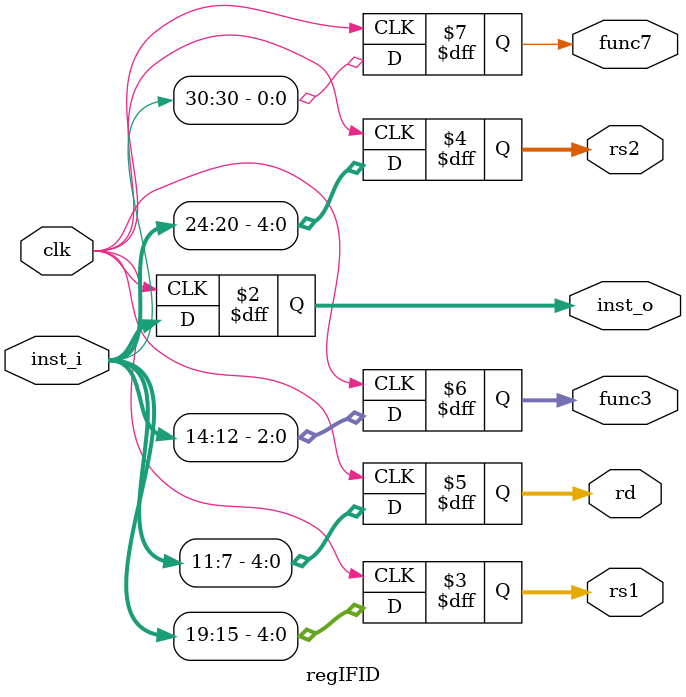
<source format=v>
module regIFID (
    input clk,
    input [31:0] inst_i,
    output reg [31:0] inst_o,
    output reg [4:0] rs1,
    output reg [4:0] rs2,
    output reg [4:0] rd,
    output reg [2:0] func3,
    output reg func7
);

    // TODO: implement your program counter here
always @(posedge clk) begin
    inst_o <= inst_i;
    rs1 <= inst_i[19:15];
    rs2 <= inst_i[24:20];
    rd <= inst_i[11:7];
    func7 <= inst_i[30];
    func3 <= inst_i[14:12];
end

endmodule


</source>
